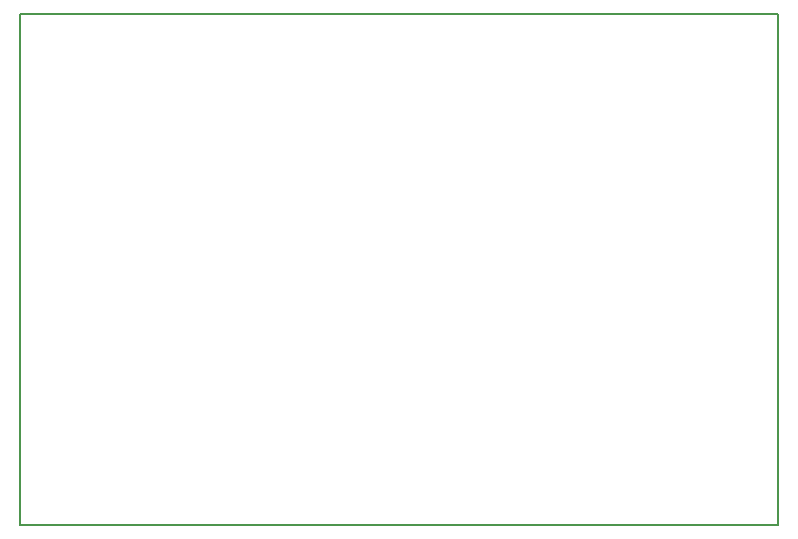
<source format=gm1>
%TF.GenerationSoftware,KiCad,Pcbnew,(6.0.6)*%
%TF.CreationDate,2022-06-29T14:14:22-05:00*%
%TF.ProjectId,FireflyV0,46697265-666c-4795-9630-2e6b69636164,rev?*%
%TF.SameCoordinates,Original*%
%TF.FileFunction,Profile,NP*%
%FSLAX46Y46*%
G04 Gerber Fmt 4.6, Leading zero omitted, Abs format (unit mm)*
G04 Created by KiCad (PCBNEW (6.0.6)) date 2022-06-29 14:14:22*
%MOMM*%
%LPD*%
G01*
G04 APERTURE LIST*
%TA.AperFunction,Profile*%
%ADD10C,0.200000*%
%TD*%
G04 APERTURE END LIST*
D10*
X13350000Y-12877253D02*
X77510000Y-12877253D01*
X77510000Y-12877253D02*
X77510000Y-56140000D01*
X77510000Y-56140000D02*
X13350000Y-56140000D01*
X13350000Y-56140000D02*
X13350000Y-12877253D01*
M02*

</source>
